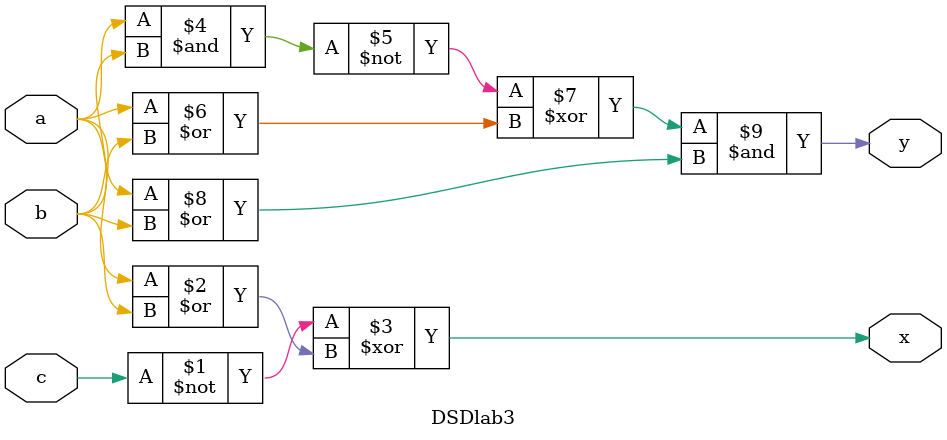
<source format=sv>
`timescale 1ns / 1ps


module DSDlab3( output x,y,
    input a,b,c);
    assign x = ~c ^ (a | b);
    assign y = (~(a & b) ^ (a | b)) & (a | b); 
endmodule

</source>
